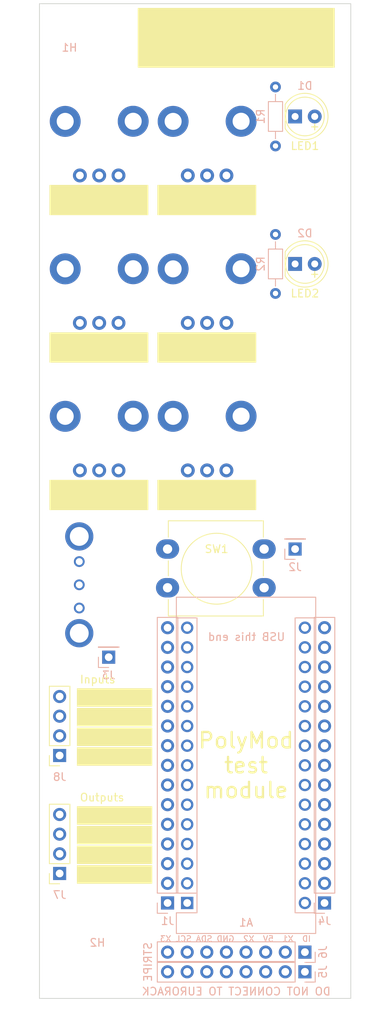
<source format=kicad_pcb>
(kicad_pcb (version 20171130) (host pcbnew "(5.1.5)-3")

  (general
    (thickness 1.6)
    (drawings 30)
    (tracks 0)
    (zones 0)
    (modules 23)
    (nets 37)
  )

  (page A4)
  (layers
    (0 F.Cu signal)
    (31 B.Cu signal)
    (32 B.Adhes user)
    (33 F.Adhes user)
    (34 B.Paste user)
    (35 F.Paste user)
    (36 B.SilkS user)
    (37 F.SilkS user)
    (38 B.Mask user)
    (39 F.Mask user)
    (40 Dwgs.User user)
    (41 Cmts.User user)
    (42 Eco1.User user)
    (43 Eco2.User user)
    (44 Edge.Cuts user)
    (45 Margin user)
    (46 B.CrtYd user)
    (47 F.CrtYd user)
    (48 B.Fab user)
    (49 F.Fab user)
  )

  (setup
    (last_trace_width 0.25)
    (trace_clearance 0.2)
    (zone_clearance 0.508)
    (zone_45_only no)
    (trace_min 0.2)
    (via_size 0.8)
    (via_drill 0.4)
    (via_min_size 0.4)
    (via_min_drill 0.3)
    (uvia_size 0.3)
    (uvia_drill 0.1)
    (uvias_allowed no)
    (uvia_min_size 0.2)
    (uvia_min_drill 0.1)
    (edge_width 0.05)
    (segment_width 0.2)
    (pcb_text_width 0.3)
    (pcb_text_size 1.5 1.5)
    (mod_edge_width 0.12)
    (mod_text_size 1 1)
    (mod_text_width 0.15)
    (pad_size 1.524 1.524)
    (pad_drill 0.762)
    (pad_to_mask_clearance 0.051)
    (solder_mask_min_width 0.25)
    (aux_axis_origin 0 0)
    (visible_elements FFFFFF7F)
    (pcbplotparams
      (layerselection 0x010fc_ffffffff)
      (usegerberextensions false)
      (usegerberattributes false)
      (usegerberadvancedattributes false)
      (creategerberjobfile false)
      (excludeedgelayer true)
      (linewidth 0.100000)
      (plotframeref false)
      (viasonmask false)
      (mode 1)
      (useauxorigin false)
      (hpglpennumber 1)
      (hpglpenspeed 20)
      (hpglpendiameter 15.000000)
      (psnegative false)
      (psa4output false)
      (plotreference true)
      (plotvalue true)
      (plotinvisibletext false)
      (padsonsilk false)
      (subtractmaskfromsilk false)
      (outputformat 1)
      (mirror false)
      (drillshape 1)
      (scaleselection 1)
      (outputdirectory ""))
  )

  (net 0 "")
  (net 1 /LED1)
  (net 2 /LED2)
  (net 3 /VIN)
  (net 4 /BUTTON)
  (net 5 GND)
  (net 6 /ID)
  (net 7 /RESET)
  (net 8 /IN4)
  (net 9 +5V)
  (net 10 /IN3)
  (net 11 /POT6)
  (net 12 /IN2)
  (net 13 /POT5)
  (net 14 /IN1)
  (net 15 /SCL)
  (net 16 /OUT4)
  (net 17 /SDA)
  (net 18 /OUT3)
  (net 19 /POT4)
  (net 20 /OUT2)
  (net 21 /POT3)
  (net 22 /OUT1)
  (net 23 /POT2)
  (net 24 /POT1)
  (net 25 /AREF)
  (net 26 /RX)
  (net 27 /3V3)
  (net 28 /TX)
  (net 29 "Net-(D1-Pad2)")
  (net 30 "Net-(D2-Pad2)")
  (net 31 "Net-(J2-Pad1)")
  (net 32 "Net-(J3-Pad1)")
  (net 33 /AUX3)
  (net 34 /AUX2)
  (net 35 /AUX1)
  (net 36 "Net-(SW2-Pad1)")

  (net_class Default "This is the default net class."
    (clearance 0.2)
    (trace_width 0.25)
    (via_dia 0.8)
    (via_drill 0.4)
    (uvia_dia 0.3)
    (uvia_drill 0.1)
    (add_net +5V)
    (add_net /3V3)
    (add_net /AREF)
    (add_net /AUX1)
    (add_net /AUX2)
    (add_net /AUX3)
    (add_net /BUTTON)
    (add_net /ID)
    (add_net /IN1)
    (add_net /IN2)
    (add_net /IN3)
    (add_net /IN4)
    (add_net /LED1)
    (add_net /LED2)
    (add_net /OUT1)
    (add_net /OUT2)
    (add_net /OUT3)
    (add_net /OUT4)
    (add_net /POT1)
    (add_net /POT2)
    (add_net /POT3)
    (add_net /POT4)
    (add_net /POT5)
    (add_net /POT6)
    (add_net /RESET)
    (add_net /RX)
    (add_net /SCL)
    (add_net /SDA)
    (add_net /TX)
    (add_net /VIN)
    (add_net GND)
    (add_net "Net-(D1-Pad2)")
    (add_net "Net-(D2-Pad2)")
    (add_net "Net-(J2-Pad1)")
    (add_net "Net-(J3-Pad1)")
    (add_net "Net-(SW2-Pad1)")
  )

  (module Connector_PinHeader_2.54mm:PinHeader_1x08_P2.54mm_Vertical (layer B.Cu) (tedit 59FED5CC) (tstamp 5F3C2ED1)
    (at 149.86 160.02 90)
    (descr "Through hole straight pin header, 1x08, 2.54mm pitch, single row")
    (tags "Through hole pin header THT 1x08 2.54mm single row")
    (path /5F3F3A78)
    (fp_text reference J6 (at 0 2.33 270) (layer B.SilkS)
      (effects (font (size 1 1) (thickness 0.15)) (justify mirror))
    )
    (fp_text value Conn_01x08_Male (at 0 -20.11 270) (layer B.Fab)
      (effects (font (size 1 1) (thickness 0.15)) (justify mirror))
    )
    (fp_text user %R (at 0 -8.89) (layer B.Fab)
      (effects (font (size 1 1) (thickness 0.15)) (justify mirror))
    )
    (fp_line (start 1.8 1.8) (end -1.8 1.8) (layer B.CrtYd) (width 0.05))
    (fp_line (start 1.8 -19.55) (end 1.8 1.8) (layer B.CrtYd) (width 0.05))
    (fp_line (start -1.8 -19.55) (end 1.8 -19.55) (layer B.CrtYd) (width 0.05))
    (fp_line (start -1.8 1.8) (end -1.8 -19.55) (layer B.CrtYd) (width 0.05))
    (fp_line (start -1.33 1.33) (end 0 1.33) (layer B.SilkS) (width 0.12))
    (fp_line (start -1.33 0) (end -1.33 1.33) (layer B.SilkS) (width 0.12))
    (fp_line (start -1.33 -1.27) (end 1.33 -1.27) (layer B.SilkS) (width 0.12))
    (fp_line (start 1.33 -1.27) (end 1.33 -19.11) (layer B.SilkS) (width 0.12))
    (fp_line (start -1.33 -1.27) (end -1.33 -19.11) (layer B.SilkS) (width 0.12))
    (fp_line (start -1.33 -19.11) (end 1.33 -19.11) (layer B.SilkS) (width 0.12))
    (fp_line (start -1.27 0.635) (end -0.635 1.27) (layer B.Fab) (width 0.1))
    (fp_line (start -1.27 -19.05) (end -1.27 0.635) (layer B.Fab) (width 0.1))
    (fp_line (start 1.27 -19.05) (end -1.27 -19.05) (layer B.Fab) (width 0.1))
    (fp_line (start 1.27 1.27) (end 1.27 -19.05) (layer B.Fab) (width 0.1))
    (fp_line (start -0.635 1.27) (end 1.27 1.27) (layer B.Fab) (width 0.1))
    (pad 8 thru_hole oval (at 0 -17.78 90) (size 1.7 1.7) (drill 1) (layers *.Cu *.Mask)
      (net 33 /AUX3))
    (pad 7 thru_hole oval (at 0 -15.24 90) (size 1.7 1.7) (drill 1) (layers *.Cu *.Mask)
      (net 15 /SCL))
    (pad 6 thru_hole oval (at 0 -12.7 90) (size 1.7 1.7) (drill 1) (layers *.Cu *.Mask)
      (net 17 /SDA))
    (pad 5 thru_hole oval (at 0 -10.16 90) (size 1.7 1.7) (drill 1) (layers *.Cu *.Mask)
      (net 5 GND))
    (pad 4 thru_hole oval (at 0 -7.62 90) (size 1.7 1.7) (drill 1) (layers *.Cu *.Mask)
      (net 34 /AUX2))
    (pad 3 thru_hole oval (at 0 -5.08 90) (size 1.7 1.7) (drill 1) (layers *.Cu *.Mask)
      (net 9 +5V))
    (pad 2 thru_hole oval (at 0 -2.54 90) (size 1.7 1.7) (drill 1) (layers *.Cu *.Mask)
      (net 35 /AUX1))
    (pad 1 thru_hole rect (at 0 0 90) (size 1.7 1.7) (drill 1) (layers *.Cu *.Mask)
      (net 6 /ID))
    (model ${KISYS3DMOD}/Connector_PinHeader_2.54mm.3dshapes/PinHeader_1x08_P2.54mm_Vertical.wrl
      (at (xyz 0 0 0))
      (scale (xyz 1 1 1))
      (rotate (xyz 0 0 0))
    )
  )

  (module drumkidcustom:EG1206 (layer F.Cu) (tedit 5DB8124E) (tstamp 5F3C00B2)
    (at 120.65 115.57 90)
    (descr EG1206-1)
    (tags Switch)
    (path /5F3A57FA)
    (fp_text reference SW2 (at 3 -1.27 90) (layer F.Fab)
      (effects (font (size 1.27 1.27) (thickness 0.254)))
    )
    (fp_text value SW_SPDT (at 3 1.5 90) (layer F.SilkS) hide
      (effects (font (size 1.27 1.27) (thickness 0.254)))
    )
    (fp_line (start -3.5 -2.8) (end 9.5 -2.8) (layer Dwgs.User) (width 0.2))
    (fp_line (start 9.5 -2.8) (end 9.5 2.8) (layer Dwgs.User) (width 0.2))
    (fp_line (start 9.5 2.8) (end -3.5 2.8) (layer Dwgs.User) (width 0.2))
    (fp_line (start -3.5 2.8) (end -3.5 -2.8) (layer Dwgs.User) (width 0.2))
    (fp_line (start -6.076 -3.8) (end 12.076 -3.8) (layer Dwgs.User) (width 0.1))
    (fp_line (start 12.076 -3.8) (end 12.076 6.8) (layer Dwgs.User) (width 0.1))
    (fp_line (start 12.076 6.8) (end -6.076 6.8) (layer Dwgs.User) (width 0.1))
    (fp_line (start -6.076 6.8) (end -6.076 -3.8) (layer Dwgs.User) (width 0.1))
    (fp_line (start 3 2.8) (end 3 5.8) (layer Dwgs.User) (width 0.2))
    (fp_line (start 3 5.8) (end -0.5 5.8) (layer Dwgs.User) (width 0.2))
    (fp_line (start -0.5 5.8) (end -0.5 2.8) (layer Dwgs.User) (width 0.2))
    (pad 1 thru_hole circle (at 0 0 90) (size 1.4 1.4) (drill 0.9) (layers *.Cu *.Mask)
      (net 36 "Net-(SW2-Pad1)"))
    (pad 2 thru_hole circle (at 3 0 90) (size 1.4 1.4) (drill 0.9) (layers *.Cu *.Mask)
      (net 32 "Net-(J3-Pad1)"))
    (pad 3 thru_hole circle (at 6 0 90) (size 1.4 1.4) (drill 0.9) (layers *.Cu *.Mask)
      (net 5 GND))
    (pad MH1 thru_hole circle (at -3.25 0 90) (size 3.653 3.653) (drill 2.4352) (layers *.Cu *.Mask))
    (pad MH2 thru_hole circle (at 9.25 0 90) (size 3.653 3.653) (drill 2.4352) (layers *.Cu *.Mask))
  )

  (module Button_Switch_THT:SW_PUSH-12mm_Wuerth-430476085716 (layer F.Cu) (tedit 5A02FE31) (tstamp 5F3C009E)
    (at 132.08 107.95)
    (descr "SW PUSH 12mm http://katalog.we-online.de/em/datasheet/430476085716.pdf")
    (tags "tact sw push 12mm")
    (path /5F3A49F4)
    (fp_text reference SW1 (at 6.35 0) (layer F.SilkS)
      (effects (font (size 1 1) (thickness 0.15)))
    )
    (fp_text value SW_Push (at 6.35 9.93) (layer F.Fab)
      (effects (font (size 1 1) (thickness 0.15)))
    )
    (fp_text user %R (at 6.35 2.54) (layer F.Fab)
      (effects (font (size 1 1) (thickness 0.15)))
    )
    (fp_line (start 14.25 -3.75) (end -1.75 -3.75) (layer F.CrtYd) (width 0.05))
    (fp_line (start 14.25 8.75) (end 14.25 -3.75) (layer F.CrtYd) (width 0.05))
    (fp_line (start -1.75 8.75) (end 14.25 8.75) (layer F.CrtYd) (width 0.05))
    (fp_line (start -1.75 -3.75) (end -1.75 8.75) (layer F.CrtYd) (width 0.05))
    (fp_line (start 0.1 3.47) (end 0.1 1.53) (layer F.SilkS) (width 0.12))
    (fp_line (start 0.1 8.65) (end 0.1 6.53) (layer F.SilkS) (width 0.12))
    (fp_line (start 12.4 8.65) (end 0.1 8.65) (layer F.SilkS) (width 0.12))
    (fp_line (start 12.4 6.53) (end 12.4 8.65) (layer F.SilkS) (width 0.12))
    (fp_line (start 12.4 1.53) (end 12.4 3.47) (layer F.SilkS) (width 0.12))
    (fp_line (start 12.4 -3.65) (end 12.4 -1.53) (layer F.SilkS) (width 0.12))
    (fp_line (start 0.1 -3.65) (end 12.4 -3.65) (layer F.SilkS) (width 0.12))
    (fp_line (start 0.1 -1.53) (end 0.1 -3.65) (layer F.SilkS) (width 0.12))
    (fp_line (start 12.25 -3.5) (end 0.25 -3.5) (layer F.Fab) (width 0.1))
    (fp_line (start 12.25 8.5) (end 12.25 -3.5) (layer F.Fab) (width 0.1))
    (fp_line (start 0.25 8.5) (end 12.25 8.5) (layer F.Fab) (width 0.1))
    (fp_line (start 0.25 -3.5) (end 0.25 8.5) (layer F.Fab) (width 0.1))
    (fp_circle (center 6.35 2.54) (end 10.92905 2.54) (layer F.SilkS) (width 0.12))
    (pad 2 thru_hole oval (at 0 5) (size 3 2.5) (drill 1.2) (layers *.Cu *.Mask)
      (net 5 GND))
    (pad 1 thru_hole oval (at 0 0) (size 3 2.5) (drill 1.2) (layers *.Cu *.Mask)
      (net 31 "Net-(J2-Pad1)"))
    (pad 2 thru_hole oval (at 12.5 5) (size 3 2.5) (drill 1.2) (layers *.Cu *.Mask)
      (net 5 GND))
    (pad 1 thru_hole oval (at 12.5 0) (size 3 2.5) (drill 1.2) (layers *.Cu *.Mask)
      (net 31 "Net-(J2-Pad1)"))
    (model ${KISYS3DMOD}/Button_Switch_THT.3dshapes/SW_PUSH-12mm_Wuerth-430476085716.wrl
      (at (xyz 0 0 0))
      (scale (xyz 1 1 1))
      (rotate (xyz 0 0 0))
    )
  )

  (module drumkidcustom:Potentiometer_Alps_RK09K_Single_Vertical (layer F.Cu) (tedit 5DB756D0) (tstamp 5F3C0084)
    (at 139.7 97.79 90)
    (descr "Potentiometer, vertical, Alps RK09K Single, http://www.alps.com/prod/info/E/HTML/Potentiometer/RotaryPotentiometers/RK09K/RK09K_list.html")
    (tags "Potentiometer vertical Alps RK09K Single")
    (path /5F3A7A7D)
    (fp_text reference RV6 (at 6.05 -10.15 90) (layer F.Fab)
      (effects (font (size 1 1) (thickness 0.15)))
    )
    (fp_text value R_POT (at 6.05 5.15 90) (layer F.Fab)
      (effects (font (size 1 1) (thickness 0.15)))
    )
    (fp_circle (center 7.5 -2.5) (end 10.5 -2.5) (layer F.Fab) (width 0.1))
    (fp_line (start 1 -7.4) (end 1 2.4) (layer F.Fab) (width 0.1))
    (fp_line (start 1 2.4) (end 13 2.4) (layer F.Fab) (width 0.1))
    (fp_line (start 13 2.4) (end 13 -7.4) (layer F.Fab) (width 0.1))
    (fp_line (start 13 -7.4) (end 1 -7.4) (layer F.Fab) (width 0.1))
    (fp_line (start 0.88 -7.521) (end 4.817 -7.521) (layer F.Fab) (width 0.12))
    (fp_line (start 9.184 -7.521) (end 13.12 -7.521) (layer F.Fab) (width 0.12))
    (fp_line (start 0.88 2.52) (end 4.817 2.52) (layer F.Fab) (width 0.12))
    (fp_line (start 9.184 2.52) (end 13.12 2.52) (layer F.Fab) (width 0.12))
    (fp_line (start 0.88 -7.521) (end 0.88 -5.871) (layer F.Fab) (width 0.12))
    (fp_line (start 0.88 -4.129) (end 0.88 -3.37) (layer F.Fab) (width 0.12))
    (fp_line (start 0.88 -1.629) (end 0.88 -0.87) (layer F.Fab) (width 0.12))
    (fp_line (start 0.88 0.87) (end 0.88 2.52) (layer F.Fab) (width 0.12))
    (fp_line (start 13.12 -7.521) (end 13.12 2.52) (layer F.Fab) (width 0.12))
    (fp_line (start -1.15 -9.15) (end -1.15 4.15) (layer F.CrtYd) (width 0.05))
    (fp_line (start -1.15 4.15) (end 13.25 4.15) (layer F.CrtYd) (width 0.05))
    (fp_line (start 13.25 4.15) (end 13.25 -9.15) (layer F.CrtYd) (width 0.05))
    (fp_line (start 13.25 -9.15) (end -1.15 -9.15) (layer F.CrtYd) (width 0.05))
    (fp_text user %R (at 2 -2.5) (layer F.Fab)
      (effects (font (size 1 1) (thickness 0.15)))
    )
    (pad 3 thru_hole circle (at 0 -5 90) (size 1.8 1.8) (drill 1) (layers *.Cu *.Mask)
      (net 5 GND))
    (pad 2 thru_hole circle (at 0 -2.5 90) (size 1.8 1.8) (drill 1) (layers *.Cu *.Mask)
      (net 11 /POT6))
    (pad 1 thru_hole circle (at 0 0 90) (size 1.8 1.8) (drill 1) (layers *.Cu *.Mask)
      (net 9 +5V))
    (pad "" np_thru_hole circle (at 6.985 -6.9 90) (size 4 4) (drill 2.2) (layers *.Cu *.Mask))
    (pad "" np_thru_hole circle (at 7 1.9 90) (size 4 4) (drill 2.2) (layers *.Cu *.Mask))
    (model ${KISYS3DMOD}/Potentiometer_THT.3dshapes/Potentiometer_Alps_RK09K_Single_Vertical.wrl
      (at (xyz 0 0 0))
      (scale (xyz 1 1 1))
      (rotate (xyz 0 0 0))
    )
  )

  (module drumkidcustom:Potentiometer_Alps_RK09K_Single_Vertical (layer F.Cu) (tedit 5DB756D0) (tstamp 5F3C0068)
    (at 125.73 97.79 90)
    (descr "Potentiometer, vertical, Alps RK09K Single, http://www.alps.com/prod/info/E/HTML/Potentiometer/RotaryPotentiometers/RK09K/RK09K_list.html")
    (tags "Potentiometer vertical Alps RK09K Single")
    (path /5F3A7837)
    (fp_text reference RV5 (at 6.05 -10.15 90) (layer F.Fab)
      (effects (font (size 1 1) (thickness 0.15)))
    )
    (fp_text value R_POT (at 6.05 5.15 90) (layer F.Fab)
      (effects (font (size 1 1) (thickness 0.15)))
    )
    (fp_circle (center 7.5 -2.5) (end 10.5 -2.5) (layer F.Fab) (width 0.1))
    (fp_line (start 1 -7.4) (end 1 2.4) (layer F.Fab) (width 0.1))
    (fp_line (start 1 2.4) (end 13 2.4) (layer F.Fab) (width 0.1))
    (fp_line (start 13 2.4) (end 13 -7.4) (layer F.Fab) (width 0.1))
    (fp_line (start 13 -7.4) (end 1 -7.4) (layer F.Fab) (width 0.1))
    (fp_line (start 0.88 -7.521) (end 4.817 -7.521) (layer F.Fab) (width 0.12))
    (fp_line (start 9.184 -7.521) (end 13.12 -7.521) (layer F.Fab) (width 0.12))
    (fp_line (start 0.88 2.52) (end 4.817 2.52) (layer F.Fab) (width 0.12))
    (fp_line (start 9.184 2.52) (end 13.12 2.52) (layer F.Fab) (width 0.12))
    (fp_line (start 0.88 -7.521) (end 0.88 -5.871) (layer F.Fab) (width 0.12))
    (fp_line (start 0.88 -4.129) (end 0.88 -3.37) (layer F.Fab) (width 0.12))
    (fp_line (start 0.88 -1.629) (end 0.88 -0.87) (layer F.Fab) (width 0.12))
    (fp_line (start 0.88 0.87) (end 0.88 2.52) (layer F.Fab) (width 0.12))
    (fp_line (start 13.12 -7.521) (end 13.12 2.52) (layer F.Fab) (width 0.12))
    (fp_line (start -1.15 -9.15) (end -1.15 4.15) (layer F.CrtYd) (width 0.05))
    (fp_line (start -1.15 4.15) (end 13.25 4.15) (layer F.CrtYd) (width 0.05))
    (fp_line (start 13.25 4.15) (end 13.25 -9.15) (layer F.CrtYd) (width 0.05))
    (fp_line (start 13.25 -9.15) (end -1.15 -9.15) (layer F.CrtYd) (width 0.05))
    (fp_text user %R (at 2 -2.5) (layer F.Fab)
      (effects (font (size 1 1) (thickness 0.15)))
    )
    (pad 3 thru_hole circle (at 0 -5 90) (size 1.8 1.8) (drill 1) (layers *.Cu *.Mask)
      (net 5 GND))
    (pad 2 thru_hole circle (at 0 -2.5 90) (size 1.8 1.8) (drill 1) (layers *.Cu *.Mask)
      (net 13 /POT5))
    (pad 1 thru_hole circle (at 0 0 90) (size 1.8 1.8) (drill 1) (layers *.Cu *.Mask)
      (net 9 +5V))
    (pad "" np_thru_hole circle (at 6.985 -6.9 90) (size 4 4) (drill 2.2) (layers *.Cu *.Mask))
    (pad "" np_thru_hole circle (at 7 1.9 90) (size 4 4) (drill 2.2) (layers *.Cu *.Mask))
    (model ${KISYS3DMOD}/Potentiometer_THT.3dshapes/Potentiometer_Alps_RK09K_Single_Vertical.wrl
      (at (xyz 0 0 0))
      (scale (xyz 1 1 1))
      (rotate (xyz 0 0 0))
    )
  )

  (module drumkidcustom:Potentiometer_Alps_RK09K_Single_Vertical (layer F.Cu) (tedit 5DB756D0) (tstamp 5F3C004C)
    (at 139.7 78.74 90)
    (descr "Potentiometer, vertical, Alps RK09K Single, http://www.alps.com/prod/info/E/HTML/Potentiometer/RotaryPotentiometers/RK09K/RK09K_list.html")
    (tags "Potentiometer vertical Alps RK09K Single")
    (path /5F3A750A)
    (fp_text reference RV4 (at 6.05 -10.15 90) (layer F.Fab)
      (effects (font (size 1 1) (thickness 0.15)))
    )
    (fp_text value R_POT (at 6.05 5.15 90) (layer F.Fab)
      (effects (font (size 1 1) (thickness 0.15)))
    )
    (fp_circle (center 7.5 -2.5) (end 10.5 -2.5) (layer F.Fab) (width 0.1))
    (fp_line (start 1 -7.4) (end 1 2.4) (layer F.Fab) (width 0.1))
    (fp_line (start 1 2.4) (end 13 2.4) (layer F.Fab) (width 0.1))
    (fp_line (start 13 2.4) (end 13 -7.4) (layer F.Fab) (width 0.1))
    (fp_line (start 13 -7.4) (end 1 -7.4) (layer F.Fab) (width 0.1))
    (fp_line (start 0.88 -7.521) (end 4.817 -7.521) (layer F.Fab) (width 0.12))
    (fp_line (start 9.184 -7.521) (end 13.12 -7.521) (layer F.Fab) (width 0.12))
    (fp_line (start 0.88 2.52) (end 4.817 2.52) (layer F.Fab) (width 0.12))
    (fp_line (start 9.184 2.52) (end 13.12 2.52) (layer F.Fab) (width 0.12))
    (fp_line (start 0.88 -7.521) (end 0.88 -5.871) (layer F.Fab) (width 0.12))
    (fp_line (start 0.88 -4.129) (end 0.88 -3.37) (layer F.Fab) (width 0.12))
    (fp_line (start 0.88 -1.629) (end 0.88 -0.87) (layer F.Fab) (width 0.12))
    (fp_line (start 0.88 0.87) (end 0.88 2.52) (layer F.Fab) (width 0.12))
    (fp_line (start 13.12 -7.521) (end 13.12 2.52) (layer F.Fab) (width 0.12))
    (fp_line (start -1.15 -9.15) (end -1.15 4.15) (layer F.CrtYd) (width 0.05))
    (fp_line (start -1.15 4.15) (end 13.25 4.15) (layer F.CrtYd) (width 0.05))
    (fp_line (start 13.25 4.15) (end 13.25 -9.15) (layer F.CrtYd) (width 0.05))
    (fp_line (start 13.25 -9.15) (end -1.15 -9.15) (layer F.CrtYd) (width 0.05))
    (fp_text user %R (at 2 -2.5) (layer F.Fab)
      (effects (font (size 1 1) (thickness 0.15)))
    )
    (pad 3 thru_hole circle (at 0 -5 90) (size 1.8 1.8) (drill 1) (layers *.Cu *.Mask)
      (net 5 GND))
    (pad 2 thru_hole circle (at 0 -2.5 90) (size 1.8 1.8) (drill 1) (layers *.Cu *.Mask)
      (net 19 /POT4))
    (pad 1 thru_hole circle (at 0 0 90) (size 1.8 1.8) (drill 1) (layers *.Cu *.Mask)
      (net 9 +5V))
    (pad "" np_thru_hole circle (at 6.985 -6.9 90) (size 4 4) (drill 2.2) (layers *.Cu *.Mask))
    (pad "" np_thru_hole circle (at 7 1.9 90) (size 4 4) (drill 2.2) (layers *.Cu *.Mask))
    (model ${KISYS3DMOD}/Potentiometer_THT.3dshapes/Potentiometer_Alps_RK09K_Single_Vertical.wrl
      (at (xyz 0 0 0))
      (scale (xyz 1 1 1))
      (rotate (xyz 0 0 0))
    )
  )

  (module drumkidcustom:Potentiometer_Alps_RK09K_Single_Vertical (layer F.Cu) (tedit 5DB756D0) (tstamp 5F3C0030)
    (at 125.73 78.74 90)
    (descr "Potentiometer, vertical, Alps RK09K Single, http://www.alps.com/prod/info/E/HTML/Potentiometer/RotaryPotentiometers/RK09K/RK09K_list.html")
    (tags "Potentiometer vertical Alps RK09K Single")
    (path /5F3A3F91)
    (fp_text reference RV3 (at 6.05 -10.15 90) (layer F.Fab)
      (effects (font (size 1 1) (thickness 0.15)))
    )
    (fp_text value R_POT (at 6.05 5.15 90) (layer F.Fab)
      (effects (font (size 1 1) (thickness 0.15)))
    )
    (fp_circle (center 7.5 -2.5) (end 10.5 -2.5) (layer F.Fab) (width 0.1))
    (fp_line (start 1 -7.4) (end 1 2.4) (layer F.Fab) (width 0.1))
    (fp_line (start 1 2.4) (end 13 2.4) (layer F.Fab) (width 0.1))
    (fp_line (start 13 2.4) (end 13 -7.4) (layer F.Fab) (width 0.1))
    (fp_line (start 13 -7.4) (end 1 -7.4) (layer F.Fab) (width 0.1))
    (fp_line (start 0.88 -7.521) (end 4.817 -7.521) (layer F.Fab) (width 0.12))
    (fp_line (start 9.184 -7.521) (end 13.12 -7.521) (layer F.Fab) (width 0.12))
    (fp_line (start 0.88 2.52) (end 4.817 2.52) (layer F.Fab) (width 0.12))
    (fp_line (start 9.184 2.52) (end 13.12 2.52) (layer F.Fab) (width 0.12))
    (fp_line (start 0.88 -7.521) (end 0.88 -5.871) (layer F.Fab) (width 0.12))
    (fp_line (start 0.88 -4.129) (end 0.88 -3.37) (layer F.Fab) (width 0.12))
    (fp_line (start 0.88 -1.629) (end 0.88 -0.87) (layer F.Fab) (width 0.12))
    (fp_line (start 0.88 0.87) (end 0.88 2.52) (layer F.Fab) (width 0.12))
    (fp_line (start 13.12 -7.521) (end 13.12 2.52) (layer F.Fab) (width 0.12))
    (fp_line (start -1.15 -9.15) (end -1.15 4.15) (layer F.CrtYd) (width 0.05))
    (fp_line (start -1.15 4.15) (end 13.25 4.15) (layer F.CrtYd) (width 0.05))
    (fp_line (start 13.25 4.15) (end 13.25 -9.15) (layer F.CrtYd) (width 0.05))
    (fp_line (start 13.25 -9.15) (end -1.15 -9.15) (layer F.CrtYd) (width 0.05))
    (fp_text user %R (at 2 -2.5) (layer F.Fab)
      (effects (font (size 1 1) (thickness 0.15)))
    )
    (pad 3 thru_hole circle (at 0 -5 90) (size 1.8 1.8) (drill 1) (layers *.Cu *.Mask)
      (net 5 GND))
    (pad 2 thru_hole circle (at 0 -2.5 90) (size 1.8 1.8) (drill 1) (layers *.Cu *.Mask)
      (net 21 /POT3))
    (pad 1 thru_hole circle (at 0 0 90) (size 1.8 1.8) (drill 1) (layers *.Cu *.Mask)
      (net 9 +5V))
    (pad "" np_thru_hole circle (at 6.985 -6.9 90) (size 4 4) (drill 2.2) (layers *.Cu *.Mask))
    (pad "" np_thru_hole circle (at 7 1.9 90) (size 4 4) (drill 2.2) (layers *.Cu *.Mask))
    (model ${KISYS3DMOD}/Potentiometer_THT.3dshapes/Potentiometer_Alps_RK09K_Single_Vertical.wrl
      (at (xyz 0 0 0))
      (scale (xyz 1 1 1))
      (rotate (xyz 0 0 0))
    )
  )

  (module drumkidcustom:Potentiometer_Alps_RK09K_Single_Vertical (layer F.Cu) (tedit 5DB756D0) (tstamp 5F3C0014)
    (at 139.7 59.69 90)
    (descr "Potentiometer, vertical, Alps RK09K Single, http://www.alps.com/prod/info/E/HTML/Potentiometer/RotaryPotentiometers/RK09K/RK09K_list.html")
    (tags "Potentiometer vertical Alps RK09K Single")
    (path /5F3A7E6D)
    (fp_text reference RV2 (at 6.05 -10.15 90) (layer F.Fab)
      (effects (font (size 1 1) (thickness 0.15)))
    )
    (fp_text value R_POT (at 6.05 5.15 90) (layer F.Fab)
      (effects (font (size 1 1) (thickness 0.15)))
    )
    (fp_circle (center 7.5 -2.5) (end 10.5 -2.5) (layer F.Fab) (width 0.1))
    (fp_line (start 1 -7.4) (end 1 2.4) (layer F.Fab) (width 0.1))
    (fp_line (start 1 2.4) (end 13 2.4) (layer F.Fab) (width 0.1))
    (fp_line (start 13 2.4) (end 13 -7.4) (layer F.Fab) (width 0.1))
    (fp_line (start 13 -7.4) (end 1 -7.4) (layer F.Fab) (width 0.1))
    (fp_line (start 0.88 -7.521) (end 4.817 -7.521) (layer F.Fab) (width 0.12))
    (fp_line (start 9.184 -7.521) (end 13.12 -7.521) (layer F.Fab) (width 0.12))
    (fp_line (start 0.88 2.52) (end 4.817 2.52) (layer F.Fab) (width 0.12))
    (fp_line (start 9.184 2.52) (end 13.12 2.52) (layer F.Fab) (width 0.12))
    (fp_line (start 0.88 -7.521) (end 0.88 -5.871) (layer F.Fab) (width 0.12))
    (fp_line (start 0.88 -4.129) (end 0.88 -3.37) (layer F.Fab) (width 0.12))
    (fp_line (start 0.88 -1.629) (end 0.88 -0.87) (layer F.Fab) (width 0.12))
    (fp_line (start 0.88 0.87) (end 0.88 2.52) (layer F.Fab) (width 0.12))
    (fp_line (start 13.12 -7.521) (end 13.12 2.52) (layer F.Fab) (width 0.12))
    (fp_line (start -1.15 -9.15) (end -1.15 4.15) (layer F.CrtYd) (width 0.05))
    (fp_line (start -1.15 4.15) (end 13.25 4.15) (layer F.CrtYd) (width 0.05))
    (fp_line (start 13.25 4.15) (end 13.25 -9.15) (layer F.CrtYd) (width 0.05))
    (fp_line (start 13.25 -9.15) (end -1.15 -9.15) (layer F.CrtYd) (width 0.05))
    (fp_text user %R (at 2 -2.5) (layer F.Fab)
      (effects (font (size 1 1) (thickness 0.15)))
    )
    (pad 3 thru_hole circle (at 0 -5 90) (size 1.8 1.8) (drill 1) (layers *.Cu *.Mask)
      (net 5 GND))
    (pad 2 thru_hole circle (at 0 -2.5 90) (size 1.8 1.8) (drill 1) (layers *.Cu *.Mask)
      (net 23 /POT2))
    (pad 1 thru_hole circle (at 0 0 90) (size 1.8 1.8) (drill 1) (layers *.Cu *.Mask)
      (net 9 +5V))
    (pad "" np_thru_hole circle (at 6.985 -6.9 90) (size 4 4) (drill 2.2) (layers *.Cu *.Mask))
    (pad "" np_thru_hole circle (at 7 1.9 90) (size 4 4) (drill 2.2) (layers *.Cu *.Mask))
    (model ${KISYS3DMOD}/Potentiometer_THT.3dshapes/Potentiometer_Alps_RK09K_Single_Vertical.wrl
      (at (xyz 0 0 0))
      (scale (xyz 1 1 1))
      (rotate (xyz 0 0 0))
    )
  )

  (module drumkidcustom:Potentiometer_Alps_RK09K_Single_Vertical (layer F.Cu) (tedit 5DB756D0) (tstamp 5F3BFFF8)
    (at 125.73 59.69 90)
    (descr "Potentiometer, vertical, Alps RK09K Single, http://www.alps.com/prod/info/E/HTML/Potentiometer/RotaryPotentiometers/RK09K/RK09K_list.html")
    (tags "Potentiometer vertical Alps RK09K Single")
    (path /5F3A81EE)
    (fp_text reference RV1 (at 6.05 -10.15 90) (layer F.Fab)
      (effects (font (size 1 1) (thickness 0.15)))
    )
    (fp_text value R_POT (at 6.05 5.15 90) (layer F.Fab)
      (effects (font (size 1 1) (thickness 0.15)))
    )
    (fp_circle (center 7.5 -2.5) (end 10.5 -2.5) (layer F.Fab) (width 0.1))
    (fp_line (start 1 -7.4) (end 1 2.4) (layer F.Fab) (width 0.1))
    (fp_line (start 1 2.4) (end 13 2.4) (layer F.Fab) (width 0.1))
    (fp_line (start 13 2.4) (end 13 -7.4) (layer F.Fab) (width 0.1))
    (fp_line (start 13 -7.4) (end 1 -7.4) (layer F.Fab) (width 0.1))
    (fp_line (start 0.88 -7.521) (end 4.817 -7.521) (layer F.Fab) (width 0.12))
    (fp_line (start 9.184 -7.521) (end 13.12 -7.521) (layer F.Fab) (width 0.12))
    (fp_line (start 0.88 2.52) (end 4.817 2.52) (layer F.Fab) (width 0.12))
    (fp_line (start 9.184 2.52) (end 13.12 2.52) (layer F.Fab) (width 0.12))
    (fp_line (start 0.88 -7.521) (end 0.88 -5.871) (layer F.Fab) (width 0.12))
    (fp_line (start 0.88 -4.129) (end 0.88 -3.37) (layer F.Fab) (width 0.12))
    (fp_line (start 0.88 -1.629) (end 0.88 -0.87) (layer F.Fab) (width 0.12))
    (fp_line (start 0.88 0.87) (end 0.88 2.52) (layer F.Fab) (width 0.12))
    (fp_line (start 13.12 -7.521) (end 13.12 2.52) (layer F.Fab) (width 0.12))
    (fp_line (start -1.15 -9.15) (end -1.15 4.15) (layer F.CrtYd) (width 0.05))
    (fp_line (start -1.15 4.15) (end 13.25 4.15) (layer F.CrtYd) (width 0.05))
    (fp_line (start 13.25 4.15) (end 13.25 -9.15) (layer F.CrtYd) (width 0.05))
    (fp_line (start 13.25 -9.15) (end -1.15 -9.15) (layer F.CrtYd) (width 0.05))
    (fp_text user %R (at 2 -2.5) (layer F.Fab)
      (effects (font (size 1 1) (thickness 0.15)))
    )
    (pad 3 thru_hole circle (at 0 -5 90) (size 1.8 1.8) (drill 1) (layers *.Cu *.Mask)
      (net 5 GND))
    (pad 2 thru_hole circle (at 0 -2.5 90) (size 1.8 1.8) (drill 1) (layers *.Cu *.Mask)
      (net 24 /POT1))
    (pad 1 thru_hole circle (at 0 0 90) (size 1.8 1.8) (drill 1) (layers *.Cu *.Mask)
      (net 9 +5V))
    (pad "" np_thru_hole circle (at 6.985 -6.9 90) (size 4 4) (drill 2.2) (layers *.Cu *.Mask))
    (pad "" np_thru_hole circle (at 7 1.9 90) (size 4 4) (drill 2.2) (layers *.Cu *.Mask))
    (model ${KISYS3DMOD}/Potentiometer_THT.3dshapes/Potentiometer_Alps_RK09K_Single_Vertical.wrl
      (at (xyz 0 0 0))
      (scale (xyz 1 1 1))
      (rotate (xyz 0 0 0))
    )
  )

  (module Resistor_THT:R_Axial_DIN0204_L3.6mm_D1.6mm_P7.62mm_Horizontal (layer B.Cu) (tedit 5AE5139B) (tstamp 5F3BFFDC)
    (at 146.05 67.31 270)
    (descr "Resistor, Axial_DIN0204 series, Axial, Horizontal, pin pitch=7.62mm, 0.167W, length*diameter=3.6*1.6mm^2, http://cdn-reichelt.de/documents/datenblatt/B400/1_4W%23YAG.pdf")
    (tags "Resistor Axial_DIN0204 series Axial Horizontal pin pitch 7.62mm 0.167W length 3.6mm diameter 1.6mm")
    (path /5F3F871C)
    (fp_text reference R2 (at 3.81 1.92 90) (layer B.SilkS)
      (effects (font (size 1 1) (thickness 0.15)) (justify mirror))
    )
    (fp_text value R_LED (at 3.81 -1.92 90) (layer B.Fab)
      (effects (font (size 1 1) (thickness 0.15)) (justify mirror))
    )
    (fp_text user %R (at 3.81 0 90) (layer B.Fab)
      (effects (font (size 0.72 0.72) (thickness 0.108)) (justify mirror))
    )
    (fp_line (start 8.57 1.05) (end -0.95 1.05) (layer B.CrtYd) (width 0.05))
    (fp_line (start 8.57 -1.05) (end 8.57 1.05) (layer B.CrtYd) (width 0.05))
    (fp_line (start -0.95 -1.05) (end 8.57 -1.05) (layer B.CrtYd) (width 0.05))
    (fp_line (start -0.95 1.05) (end -0.95 -1.05) (layer B.CrtYd) (width 0.05))
    (fp_line (start 6.68 0) (end 5.73 0) (layer B.SilkS) (width 0.12))
    (fp_line (start 0.94 0) (end 1.89 0) (layer B.SilkS) (width 0.12))
    (fp_line (start 5.73 0.92) (end 1.89 0.92) (layer B.SilkS) (width 0.12))
    (fp_line (start 5.73 -0.92) (end 5.73 0.92) (layer B.SilkS) (width 0.12))
    (fp_line (start 1.89 -0.92) (end 5.73 -0.92) (layer B.SilkS) (width 0.12))
    (fp_line (start 1.89 0.92) (end 1.89 -0.92) (layer B.SilkS) (width 0.12))
    (fp_line (start 7.62 0) (end 5.61 0) (layer B.Fab) (width 0.1))
    (fp_line (start 0 0) (end 2.01 0) (layer B.Fab) (width 0.1))
    (fp_line (start 5.61 0.8) (end 2.01 0.8) (layer B.Fab) (width 0.1))
    (fp_line (start 5.61 -0.8) (end 5.61 0.8) (layer B.Fab) (width 0.1))
    (fp_line (start 2.01 -0.8) (end 5.61 -0.8) (layer B.Fab) (width 0.1))
    (fp_line (start 2.01 0.8) (end 2.01 -0.8) (layer B.Fab) (width 0.1))
    (pad 2 thru_hole oval (at 7.62 0 270) (size 1.4 1.4) (drill 0.7) (layers *.Cu *.Mask)
      (net 2 /LED2))
    (pad 1 thru_hole circle (at 0 0 270) (size 1.4 1.4) (drill 0.7) (layers *.Cu *.Mask)
      (net 30 "Net-(D2-Pad2)"))
    (model ${KISYS3DMOD}/Resistor_THT.3dshapes/R_Axial_DIN0204_L3.6mm_D1.6mm_P7.62mm_Horizontal.wrl
      (at (xyz 0 0 0))
      (scale (xyz 1 1 1))
      (rotate (xyz 0 0 0))
    )
  )

  (module Resistor_THT:R_Axial_DIN0204_L3.6mm_D1.6mm_P7.62mm_Horizontal (layer B.Cu) (tedit 5AE5139B) (tstamp 5F3BFFC5)
    (at 146.05 48.26 270)
    (descr "Resistor, Axial_DIN0204 series, Axial, Horizontal, pin pitch=7.62mm, 0.167W, length*diameter=3.6*1.6mm^2, http://cdn-reichelt.de/documents/datenblatt/B400/1_4W%23YAG.pdf")
    (tags "Resistor Axial_DIN0204 series Axial Horizontal pin pitch 7.62mm 0.167W length 3.6mm diameter 1.6mm")
    (path /5F3F5BED)
    (fp_text reference R1 (at 3.81 1.92 90) (layer B.SilkS)
      (effects (font (size 1 1) (thickness 0.15)) (justify mirror))
    )
    (fp_text value R_LED (at 3.81 -1.92 90) (layer B.Fab)
      (effects (font (size 1 1) (thickness 0.15)) (justify mirror))
    )
    (fp_text user %R (at 3.81 0 90) (layer B.Fab)
      (effects (font (size 0.72 0.72) (thickness 0.108)) (justify mirror))
    )
    (fp_line (start 8.57 1.05) (end -0.95 1.05) (layer B.CrtYd) (width 0.05))
    (fp_line (start 8.57 -1.05) (end 8.57 1.05) (layer B.CrtYd) (width 0.05))
    (fp_line (start -0.95 -1.05) (end 8.57 -1.05) (layer B.CrtYd) (width 0.05))
    (fp_line (start -0.95 1.05) (end -0.95 -1.05) (layer B.CrtYd) (width 0.05))
    (fp_line (start 6.68 0) (end 5.73 0) (layer B.SilkS) (width 0.12))
    (fp_line (start 0.94 0) (end 1.89 0) (layer B.SilkS) (width 0.12))
    (fp_line (start 5.73 0.92) (end 1.89 0.92) (layer B.SilkS) (width 0.12))
    (fp_line (start 5.73 -0.92) (end 5.73 0.92) (layer B.SilkS) (width 0.12))
    (fp_line (start 1.89 -0.92) (end 5.73 -0.92) (layer B.SilkS) (width 0.12))
    (fp_line (start 1.89 0.92) (end 1.89 -0.92) (layer B.SilkS) (width 0.12))
    (fp_line (start 7.62 0) (end 5.61 0) (layer B.Fab) (width 0.1))
    (fp_line (start 0 0) (end 2.01 0) (layer B.Fab) (width 0.1))
    (fp_line (start 5.61 0.8) (end 2.01 0.8) (layer B.Fab) (width 0.1))
    (fp_line (start 5.61 -0.8) (end 5.61 0.8) (layer B.Fab) (width 0.1))
    (fp_line (start 2.01 -0.8) (end 5.61 -0.8) (layer B.Fab) (width 0.1))
    (fp_line (start 2.01 0.8) (end 2.01 -0.8) (layer B.Fab) (width 0.1))
    (pad 2 thru_hole oval (at 7.62 0 270) (size 1.4 1.4) (drill 0.7) (layers *.Cu *.Mask)
      (net 1 /LED1))
    (pad 1 thru_hole circle (at 0 0 270) (size 1.4 1.4) (drill 0.7) (layers *.Cu *.Mask)
      (net 29 "Net-(D1-Pad2)"))
    (model ${KISYS3DMOD}/Resistor_THT.3dshapes/R_Axial_DIN0204_L3.6mm_D1.6mm_P7.62mm_Horizontal.wrl
      (at (xyz 0 0 0))
      (scale (xyz 1 1 1))
      (rotate (xyz 0 0 0))
    )
  )

  (module Connector_PinSocket_2.54mm:PinSocket_1x04_P2.54mm_Vertical (layer F.Cu) (tedit 5A19A429) (tstamp 5F3BFFAE)
    (at 118.11 134.62 180)
    (descr "Through hole straight socket strip, 1x04, 2.54mm pitch, single row (from Kicad 4.0.7), script generated")
    (tags "Through hole socket strip THT 1x04 2.54mm single row")
    (path /5F3A6F4D)
    (fp_text reference J8 (at 0 -2.77) (layer B.SilkS)
      (effects (font (size 1 1) (thickness 0.15)) (justify mirror))
    )
    (fp_text value Conn_01x04_Female (at 0 10.39) (layer F.Fab)
      (effects (font (size 1 1) (thickness 0.15)))
    )
    (fp_text user %R (at 0 3.81 90) (layer F.Fab)
      (effects (font (size 1 1) (thickness 0.15)))
    )
    (fp_line (start -1.8 9.4) (end -1.8 -1.8) (layer F.CrtYd) (width 0.05))
    (fp_line (start 1.75 9.4) (end -1.8 9.4) (layer F.CrtYd) (width 0.05))
    (fp_line (start 1.75 -1.8) (end 1.75 9.4) (layer F.CrtYd) (width 0.05))
    (fp_line (start -1.8 -1.8) (end 1.75 -1.8) (layer F.CrtYd) (width 0.05))
    (fp_line (start 0 -1.33) (end 1.33 -1.33) (layer F.SilkS) (width 0.12))
    (fp_line (start 1.33 -1.33) (end 1.33 0) (layer F.SilkS) (width 0.12))
    (fp_line (start 1.33 1.27) (end 1.33 8.95) (layer F.SilkS) (width 0.12))
    (fp_line (start -1.33 8.95) (end 1.33 8.95) (layer F.SilkS) (width 0.12))
    (fp_line (start -1.33 1.27) (end -1.33 8.95) (layer F.SilkS) (width 0.12))
    (fp_line (start -1.33 1.27) (end 1.33 1.27) (layer F.SilkS) (width 0.12))
    (fp_line (start -1.27 8.89) (end -1.27 -1.27) (layer F.Fab) (width 0.1))
    (fp_line (start 1.27 8.89) (end -1.27 8.89) (layer F.Fab) (width 0.1))
    (fp_line (start 1.27 -0.635) (end 1.27 8.89) (layer F.Fab) (width 0.1))
    (fp_line (start 0.635 -1.27) (end 1.27 -0.635) (layer F.Fab) (width 0.1))
    (fp_line (start -1.27 -1.27) (end 0.635 -1.27) (layer F.Fab) (width 0.1))
    (pad 4 thru_hole oval (at 0 7.62 180) (size 1.7 1.7) (drill 1) (layers *.Cu *.Mask)
      (net 8 /IN4))
    (pad 3 thru_hole oval (at 0 5.08 180) (size 1.7 1.7) (drill 1) (layers *.Cu *.Mask)
      (net 10 /IN3))
    (pad 2 thru_hole oval (at 0 2.54 180) (size 1.7 1.7) (drill 1) (layers *.Cu *.Mask)
      (net 12 /IN2))
    (pad 1 thru_hole rect (at 0 0 180) (size 1.7 1.7) (drill 1) (layers *.Cu *.Mask)
      (net 14 /IN1))
    (model ${KISYS3DMOD}/Connector_PinSocket_2.54mm.3dshapes/PinSocket_1x04_P2.54mm_Vertical.wrl
      (at (xyz 0 0 0))
      (scale (xyz 1 1 1))
      (rotate (xyz 0 0 0))
    )
  )

  (module Connector_PinSocket_2.54mm:PinSocket_1x04_P2.54mm_Vertical (layer F.Cu) (tedit 5A19A429) (tstamp 5F3BFF96)
    (at 118.11 149.86 180)
    (descr "Through hole straight socket strip, 1x04, 2.54mm pitch, single row (from Kicad 4.0.7), script generated")
    (tags "Through hole socket strip THT 1x04 2.54mm single row")
    (path /5F3A60D7)
    (fp_text reference J7 (at 0 -2.77) (layer B.SilkS)
      (effects (font (size 1 1) (thickness 0.15)) (justify mirror))
    )
    (fp_text value Conn_01x04_Female (at 0 10.39) (layer F.Fab)
      (effects (font (size 1 1) (thickness 0.15)))
    )
    (fp_text user %R (at 0 3.81 90) (layer F.Fab)
      (effects (font (size 1 1) (thickness 0.15)))
    )
    (fp_line (start -1.8 9.4) (end -1.8 -1.8) (layer F.CrtYd) (width 0.05))
    (fp_line (start 1.75 9.4) (end -1.8 9.4) (layer F.CrtYd) (width 0.05))
    (fp_line (start 1.75 -1.8) (end 1.75 9.4) (layer F.CrtYd) (width 0.05))
    (fp_line (start -1.8 -1.8) (end 1.75 -1.8) (layer F.CrtYd) (width 0.05))
    (fp_line (start 0 -1.33) (end 1.33 -1.33) (layer F.SilkS) (width 0.12))
    (fp_line (start 1.33 -1.33) (end 1.33 0) (layer F.SilkS) (width 0.12))
    (fp_line (start 1.33 1.27) (end 1.33 8.95) (layer F.SilkS) (width 0.12))
    (fp_line (start -1.33 8.95) (end 1.33 8.95) (layer F.SilkS) (width 0.12))
    (fp_line (start -1.33 1.27) (end -1.33 8.95) (layer F.SilkS) (width 0.12))
    (fp_line (start -1.33 1.27) (end 1.33 1.27) (layer F.SilkS) (width 0.12))
    (fp_line (start -1.27 8.89) (end -1.27 -1.27) (layer F.Fab) (width 0.1))
    (fp_line (start 1.27 8.89) (end -1.27 8.89) (layer F.Fab) (width 0.1))
    (fp_line (start 1.27 -0.635) (end 1.27 8.89) (layer F.Fab) (width 0.1))
    (fp_line (start 0.635 -1.27) (end 1.27 -0.635) (layer F.Fab) (width 0.1))
    (fp_line (start -1.27 -1.27) (end 0.635 -1.27) (layer F.Fab) (width 0.1))
    (pad 4 thru_hole oval (at 0 7.62 180) (size 1.7 1.7) (drill 1) (layers *.Cu *.Mask)
      (net 16 /OUT4))
    (pad 3 thru_hole oval (at 0 5.08 180) (size 1.7 1.7) (drill 1) (layers *.Cu *.Mask)
      (net 18 /OUT3))
    (pad 2 thru_hole oval (at 0 2.54 180) (size 1.7 1.7) (drill 1) (layers *.Cu *.Mask)
      (net 20 /OUT2))
    (pad 1 thru_hole rect (at 0 0 180) (size 1.7 1.7) (drill 1) (layers *.Cu *.Mask)
      (net 22 /OUT1))
    (model ${KISYS3DMOD}/Connector_PinSocket_2.54mm.3dshapes/PinSocket_1x04_P2.54mm_Vertical.wrl
      (at (xyz 0 0 0))
      (scale (xyz 1 1 1))
      (rotate (xyz 0 0 0))
    )
  )

  (module Connector_PinHeader_2.54mm:PinHeader_1x08_P2.54mm_Vertical (layer B.Cu) (tedit 59FED5CC) (tstamp 5F3BFF62)
    (at 149.86 162.56 90)
    (descr "Through hole straight pin header, 1x08, 2.54mm pitch, single row")
    (tags "Through hole pin header THT 1x08 2.54mm single row")
    (path /5F3DF24A)
    (fp_text reference J5 (at 0 2.33 270) (layer B.SilkS)
      (effects (font (size 1 1) (thickness 0.15)) (justify mirror))
    )
    (fp_text value Conn_01x08_Male (at 0 -20.11 270) (layer B.Fab)
      (effects (font (size 1 1) (thickness 0.15)) (justify mirror))
    )
    (fp_text user %R (at 0 -8.89) (layer B.Fab)
      (effects (font (size 1 1) (thickness 0.15)) (justify mirror))
    )
    (fp_line (start 1.8 1.8) (end -1.8 1.8) (layer B.CrtYd) (width 0.05))
    (fp_line (start 1.8 -19.55) (end 1.8 1.8) (layer B.CrtYd) (width 0.05))
    (fp_line (start -1.8 -19.55) (end 1.8 -19.55) (layer B.CrtYd) (width 0.05))
    (fp_line (start -1.8 1.8) (end -1.8 -19.55) (layer B.CrtYd) (width 0.05))
    (fp_line (start -1.33 1.33) (end 0 1.33) (layer B.SilkS) (width 0.12))
    (fp_line (start -1.33 0) (end -1.33 1.33) (layer B.SilkS) (width 0.12))
    (fp_line (start -1.33 -1.27) (end 1.33 -1.27) (layer B.SilkS) (width 0.12))
    (fp_line (start 1.33 -1.27) (end 1.33 -19.11) (layer B.SilkS) (width 0.12))
    (fp_line (start -1.33 -1.27) (end -1.33 -19.11) (layer B.SilkS) (width 0.12))
    (fp_line (start -1.33 -19.11) (end 1.33 -19.11) (layer B.SilkS) (width 0.12))
    (fp_line (start -1.27 0.635) (end -0.635 1.27) (layer B.Fab) (width 0.1))
    (fp_line (start -1.27 -19.05) (end -1.27 0.635) (layer B.Fab) (width 0.1))
    (fp_line (start 1.27 -19.05) (end -1.27 -19.05) (layer B.Fab) (width 0.1))
    (fp_line (start 1.27 1.27) (end 1.27 -19.05) (layer B.Fab) (width 0.1))
    (fp_line (start -0.635 1.27) (end 1.27 1.27) (layer B.Fab) (width 0.1))
    (pad 8 thru_hole oval (at 0 -17.78 90) (size 1.7 1.7) (drill 1) (layers *.Cu *.Mask)
      (net 33 /AUX3))
    (pad 7 thru_hole oval (at 0 -15.24 90) (size 1.7 1.7) (drill 1) (layers *.Cu *.Mask)
      (net 15 /SCL))
    (pad 6 thru_hole oval (at 0 -12.7 90) (size 1.7 1.7) (drill 1) (layers *.Cu *.Mask)
      (net 17 /SDA))
    (pad 5 thru_hole oval (at 0 -10.16 90) (size 1.7 1.7) (drill 1) (layers *.Cu *.Mask)
      (net 5 GND))
    (pad 4 thru_hole oval (at 0 -7.62 90) (size 1.7 1.7) (drill 1) (layers *.Cu *.Mask)
      (net 34 /AUX2))
    (pad 3 thru_hole oval (at 0 -5.08 90) (size 1.7 1.7) (drill 1) (layers *.Cu *.Mask)
      (net 9 +5V))
    (pad 2 thru_hole oval (at 0 -2.54 90) (size 1.7 1.7) (drill 1) (layers *.Cu *.Mask)
      (net 35 /AUX1))
    (pad 1 thru_hole rect (at 0 0 90) (size 1.7 1.7) (drill 1) (layers *.Cu *.Mask)
      (net 6 /ID))
    (model ${KISYS3DMOD}/Connector_PinHeader_2.54mm.3dshapes/PinHeader_1x08_P2.54mm_Vertical.wrl
      (at (xyz 0 0 0))
      (scale (xyz 1 1 1))
      (rotate (xyz 0 0 0))
    )
  )

  (module Connector_PinHeader_2.54mm:PinHeader_1x15_P2.54mm_Vertical (layer B.Cu) (tedit 59FED5CC) (tstamp 5F3BFF46)
    (at 152.4 153.67)
    (descr "Through hole straight pin header, 1x15, 2.54mm pitch, single row")
    (tags "Through hole pin header THT 1x15 2.54mm single row")
    (path /5F3ACF45)
    (fp_text reference J4 (at 0 2.33) (layer B.SilkS)
      (effects (font (size 1 1) (thickness 0.15)) (justify mirror))
    )
    (fp_text value Conn_01x15_Female (at 0 -37.89) (layer B.Fab)
      (effects (font (size 1 1) (thickness 0.15)) (justify mirror))
    )
    (fp_text user %R (at 0 -17.78 -90) (layer B.Fab)
      (effects (font (size 1 1) (thickness 0.15)) (justify mirror))
    )
    (fp_line (start 1.8 1.8) (end -1.8 1.8) (layer B.CrtYd) (width 0.05))
    (fp_line (start 1.8 -37.35) (end 1.8 1.8) (layer B.CrtYd) (width 0.05))
    (fp_line (start -1.8 -37.35) (end 1.8 -37.35) (layer B.CrtYd) (width 0.05))
    (fp_line (start -1.8 1.8) (end -1.8 -37.35) (layer B.CrtYd) (width 0.05))
    (fp_line (start -1.33 1.33) (end 0 1.33) (layer B.SilkS) (width 0.12))
    (fp_line (start -1.33 0) (end -1.33 1.33) (layer B.SilkS) (width 0.12))
    (fp_line (start -1.33 -1.27) (end 1.33 -1.27) (layer B.SilkS) (width 0.12))
    (fp_line (start 1.33 -1.27) (end 1.33 -36.89) (layer B.SilkS) (width 0.12))
    (fp_line (start -1.33 -1.27) (end -1.33 -36.89) (layer B.SilkS) (width 0.12))
    (fp_line (start -1.33 -36.89) (end 1.33 -36.89) (layer B.SilkS) (width 0.12))
    (fp_line (start -1.27 0.635) (end -0.635 1.27) (layer B.Fab) (width 0.1))
    (fp_line (start -1.27 -36.83) (end -1.27 0.635) (layer B.Fab) (width 0.1))
    (fp_line (start 1.27 -36.83) (end -1.27 -36.83) (layer B.Fab) (width 0.1))
    (fp_line (start 1.27 1.27) (end 1.27 -36.83) (layer B.Fab) (width 0.1))
    (fp_line (start -0.635 1.27) (end 1.27 1.27) (layer B.Fab) (width 0.1))
    (pad 15 thru_hole oval (at 0 -35.56) (size 1.7 1.7) (drill 1) (layers *.Cu *.Mask)
      (net 1 /LED1))
    (pad 14 thru_hole oval (at 0 -33.02) (size 1.7 1.7) (drill 1) (layers *.Cu *.Mask)
      (net 27 /3V3))
    (pad 13 thru_hole oval (at 0 -30.48) (size 1.7 1.7) (drill 1) (layers *.Cu *.Mask)
      (net 25 /AREF))
    (pad 12 thru_hole oval (at 0 -27.94) (size 1.7 1.7) (drill 1) (layers *.Cu *.Mask)
      (net 24 /POT1))
    (pad 11 thru_hole oval (at 0 -25.4) (size 1.7 1.7) (drill 1) (layers *.Cu *.Mask)
      (net 23 /POT2))
    (pad 10 thru_hole oval (at 0 -22.86) (size 1.7 1.7) (drill 1) (layers *.Cu *.Mask)
      (net 21 /POT3))
    (pad 9 thru_hole oval (at 0 -20.32) (size 1.7 1.7) (drill 1) (layers *.Cu *.Mask)
      (net 19 /POT4))
    (pad 8 thru_hole oval (at 0 -17.78) (size 1.7 1.7) (drill 1) (layers *.Cu *.Mask)
      (net 17 /SDA))
    (pad 7 thru_hole oval (at 0 -15.24) (size 1.7 1.7) (drill 1) (layers *.Cu *.Mask)
      (net 15 /SCL))
    (pad 6 thru_hole oval (at 0 -12.7) (size 1.7 1.7) (drill 1) (layers *.Cu *.Mask)
      (net 13 /POT5))
    (pad 5 thru_hole oval (at 0 -10.16) (size 1.7 1.7) (drill 1) (layers *.Cu *.Mask)
      (net 11 /POT6))
    (pad 4 thru_hole oval (at 0 -7.62) (size 1.7 1.7) (drill 1) (layers *.Cu *.Mask)
      (net 9 +5V))
    (pad 3 thru_hole oval (at 0 -5.08) (size 1.7 1.7) (drill 1) (layers *.Cu *.Mask)
      (net 7 /RESET))
    (pad 2 thru_hole oval (at 0 -2.54) (size 1.7 1.7) (drill 1) (layers *.Cu *.Mask)
      (net 5 GND))
    (pad 1 thru_hole rect (at 0 0) (size 1.7 1.7) (drill 1) (layers *.Cu *.Mask)
      (net 3 /VIN))
    (model ${KISYS3DMOD}/Connector_PinHeader_2.54mm.3dshapes/PinHeader_1x15_P2.54mm_Vertical.wrl
      (at (xyz 0 0 0))
      (scale (xyz 1 1 1))
      (rotate (xyz 0 0 0))
    )
  )

  (module Connector_PinHeader_2.54mm:PinHeader_1x01_P2.54mm_Vertical (layer B.Cu) (tedit 59FED5CC) (tstamp 5F3BFF23)
    (at 124.46 121.92)
    (descr "Through hole straight pin header, 1x01, 2.54mm pitch, single row")
    (tags "Through hole pin header THT 1x01 2.54mm single row")
    (path /5F405D51)
    (fp_text reference J3 (at 0 2.33) (layer B.SilkS)
      (effects (font (size 1 1) (thickness 0.15)) (justify mirror))
    )
    (fp_text value Conn_01x01_Male (at 0 -2.33) (layer B.Fab)
      (effects (font (size 1 1) (thickness 0.15)) (justify mirror))
    )
    (fp_text user %R (at 0 0 -90) (layer B.Fab)
      (effects (font (size 1 1) (thickness 0.15)) (justify mirror))
    )
    (fp_line (start 1.8 1.8) (end -1.8 1.8) (layer B.CrtYd) (width 0.05))
    (fp_line (start 1.8 -1.8) (end 1.8 1.8) (layer B.CrtYd) (width 0.05))
    (fp_line (start -1.8 -1.8) (end 1.8 -1.8) (layer B.CrtYd) (width 0.05))
    (fp_line (start -1.8 1.8) (end -1.8 -1.8) (layer B.CrtYd) (width 0.05))
    (fp_line (start -1.33 1.33) (end 0 1.33) (layer B.SilkS) (width 0.12))
    (fp_line (start -1.33 0) (end -1.33 1.33) (layer B.SilkS) (width 0.12))
    (fp_line (start -1.33 -1.27) (end 1.33 -1.27) (layer B.SilkS) (width 0.12))
    (fp_line (start 1.33 -1.27) (end 1.33 -1.33) (layer B.SilkS) (width 0.12))
    (fp_line (start -1.33 -1.27) (end -1.33 -1.33) (layer B.SilkS) (width 0.12))
    (fp_line (start -1.33 -1.33) (end 1.33 -1.33) (layer B.SilkS) (width 0.12))
    (fp_line (start -1.27 0.635) (end -0.635 1.27) (layer B.Fab) (width 0.1))
    (fp_line (start -1.27 -1.27) (end -1.27 0.635) (layer B.Fab) (width 0.1))
    (fp_line (start 1.27 -1.27) (end -1.27 -1.27) (layer B.Fab) (width 0.1))
    (fp_line (start 1.27 1.27) (end 1.27 -1.27) (layer B.Fab) (width 0.1))
    (fp_line (start -0.635 1.27) (end 1.27 1.27) (layer B.Fab) (width 0.1))
    (pad 1 thru_hole rect (at 0 0) (size 1.7 1.7) (drill 1) (layers *.Cu *.Mask)
      (net 32 "Net-(J3-Pad1)"))
    (model ${KISYS3DMOD}/Connector_PinHeader_2.54mm.3dshapes/PinHeader_1x01_P2.54mm_Vertical.wrl
      (at (xyz 0 0 0))
      (scale (xyz 1 1 1))
      (rotate (xyz 0 0 0))
    )
  )

  (module Connector_PinHeader_2.54mm:PinHeader_1x01_P2.54mm_Vertical (layer B.Cu) (tedit 59FED5CC) (tstamp 5F3BFF0E)
    (at 148.59 107.95)
    (descr "Through hole straight pin header, 1x01, 2.54mm pitch, single row")
    (tags "Through hole pin header THT 1x01 2.54mm single row")
    (path /5F4052FC)
    (fp_text reference J2 (at 0 2.33) (layer B.SilkS)
      (effects (font (size 1 1) (thickness 0.15)) (justify mirror))
    )
    (fp_text value Conn_01x01_Male (at 0 -2.33) (layer B.Fab)
      (effects (font (size 1 1) (thickness 0.15)) (justify mirror))
    )
    (fp_text user %R (at 0 0 -90) (layer B.Fab)
      (effects (font (size 1 1) (thickness 0.15)) (justify mirror))
    )
    (fp_line (start 1.8 1.8) (end -1.8 1.8) (layer B.CrtYd) (width 0.05))
    (fp_line (start 1.8 -1.8) (end 1.8 1.8) (layer B.CrtYd) (width 0.05))
    (fp_line (start -1.8 -1.8) (end 1.8 -1.8) (layer B.CrtYd) (width 0.05))
    (fp_line (start -1.8 1.8) (end -1.8 -1.8) (layer B.CrtYd) (width 0.05))
    (fp_line (start -1.33 1.33) (end 0 1.33) (layer B.SilkS) (width 0.12))
    (fp_line (start -1.33 0) (end -1.33 1.33) (layer B.SilkS) (width 0.12))
    (fp_line (start -1.33 -1.27) (end 1.33 -1.27) (layer B.SilkS) (width 0.12))
    (fp_line (start 1.33 -1.27) (end 1.33 -1.33) (layer B.SilkS) (width 0.12))
    (fp_line (start -1.33 -1.27) (end -1.33 -1.33) (layer B.SilkS) (width 0.12))
    (fp_line (start -1.33 -1.33) (end 1.33 -1.33) (layer B.SilkS) (width 0.12))
    (fp_line (start -1.27 0.635) (end -0.635 1.27) (layer B.Fab) (width 0.1))
    (fp_line (start -1.27 -1.27) (end -1.27 0.635) (layer B.Fab) (width 0.1))
    (fp_line (start 1.27 -1.27) (end -1.27 -1.27) (layer B.Fab) (width 0.1))
    (fp_line (start 1.27 1.27) (end 1.27 -1.27) (layer B.Fab) (width 0.1))
    (fp_line (start -0.635 1.27) (end 1.27 1.27) (layer B.Fab) (width 0.1))
    (pad 1 thru_hole rect (at 0 0) (size 1.7 1.7) (drill 1) (layers *.Cu *.Mask)
      (net 31 "Net-(J2-Pad1)"))
    (model ${KISYS3DMOD}/Connector_PinHeader_2.54mm.3dshapes/PinHeader_1x01_P2.54mm_Vertical.wrl
      (at (xyz 0 0 0))
      (scale (xyz 1 1 1))
      (rotate (xyz 0 0 0))
    )
  )

  (module Connector_PinHeader_2.54mm:PinHeader_1x15_P2.54mm_Vertical (layer B.Cu) (tedit 59FED5CC) (tstamp 5F3BFEF9)
    (at 132.08 153.67)
    (descr "Through hole straight pin header, 1x15, 2.54mm pitch, single row")
    (tags "Through hole pin header THT 1x15 2.54mm single row")
    (path /5F3A8B43)
    (fp_text reference J1 (at 0 2.33) (layer B.SilkS)
      (effects (font (size 1 1) (thickness 0.15)) (justify mirror))
    )
    (fp_text value Conn_01x15_Female (at 0 -37.89) (layer B.Fab)
      (effects (font (size 1 1) (thickness 0.15)) (justify mirror))
    )
    (fp_text user %R (at 0 -17.78 -90) (layer B.Fab)
      (effects (font (size 1 1) (thickness 0.15)) (justify mirror))
    )
    (fp_line (start 1.8 1.8) (end -1.8 1.8) (layer B.CrtYd) (width 0.05))
    (fp_line (start 1.8 -37.35) (end 1.8 1.8) (layer B.CrtYd) (width 0.05))
    (fp_line (start -1.8 -37.35) (end 1.8 -37.35) (layer B.CrtYd) (width 0.05))
    (fp_line (start -1.8 1.8) (end -1.8 -37.35) (layer B.CrtYd) (width 0.05))
    (fp_line (start -1.33 1.33) (end 0 1.33) (layer B.SilkS) (width 0.12))
    (fp_line (start -1.33 0) (end -1.33 1.33) (layer B.SilkS) (width 0.12))
    (fp_line (start -1.33 -1.27) (end 1.33 -1.27) (layer B.SilkS) (width 0.12))
    (fp_line (start 1.33 -1.27) (end 1.33 -36.89) (layer B.SilkS) (width 0.12))
    (fp_line (start -1.33 -1.27) (end -1.33 -36.89) (layer B.SilkS) (width 0.12))
    (fp_line (start -1.33 -36.89) (end 1.33 -36.89) (layer B.SilkS) (width 0.12))
    (fp_line (start -1.27 0.635) (end -0.635 1.27) (layer B.Fab) (width 0.1))
    (fp_line (start -1.27 -36.83) (end -1.27 0.635) (layer B.Fab) (width 0.1))
    (fp_line (start 1.27 -36.83) (end -1.27 -36.83) (layer B.Fab) (width 0.1))
    (fp_line (start 1.27 1.27) (end 1.27 -36.83) (layer B.Fab) (width 0.1))
    (fp_line (start -0.635 1.27) (end 1.27 1.27) (layer B.Fab) (width 0.1))
    (pad 15 thru_hole oval (at 0 -35.56) (size 1.7 1.7) (drill 1) (layers *.Cu *.Mask)
      (net 2 /LED2))
    (pad 14 thru_hole oval (at 0 -33.02) (size 1.7 1.7) (drill 1) (layers *.Cu *.Mask)
      (net 4 /BUTTON))
    (pad 13 thru_hole oval (at 0 -30.48) (size 1.7 1.7) (drill 1) (layers *.Cu *.Mask)
      (net 6 /ID))
    (pad 12 thru_hole oval (at 0 -27.94) (size 1.7 1.7) (drill 1) (layers *.Cu *.Mask)
      (net 8 /IN4))
    (pad 11 thru_hole oval (at 0 -25.4) (size 1.7 1.7) (drill 1) (layers *.Cu *.Mask)
      (net 10 /IN3))
    (pad 10 thru_hole oval (at 0 -22.86) (size 1.7 1.7) (drill 1) (layers *.Cu *.Mask)
      (net 12 /IN2))
    (pad 9 thru_hole oval (at 0 -20.32) (size 1.7 1.7) (drill 1) (layers *.Cu *.Mask)
      (net 14 /IN1))
    (pad 8 thru_hole oval (at 0 -17.78) (size 1.7 1.7) (drill 1) (layers *.Cu *.Mask)
      (net 16 /OUT4))
    (pad 7 thru_hole oval (at 0 -15.24) (size 1.7 1.7) (drill 1) (layers *.Cu *.Mask)
      (net 18 /OUT3))
    (pad 6 thru_hole oval (at 0 -12.7) (size 1.7 1.7) (drill 1) (layers *.Cu *.Mask)
      (net 20 /OUT2))
    (pad 5 thru_hole oval (at 0 -10.16) (size 1.7 1.7) (drill 1) (layers *.Cu *.Mask)
      (net 22 /OUT1))
    (pad 4 thru_hole oval (at 0 -7.62) (size 1.7 1.7) (drill 1) (layers *.Cu *.Mask)
      (net 5 GND))
    (pad 3 thru_hole oval (at 0 -5.08) (size 1.7 1.7) (drill 1) (layers *.Cu *.Mask)
      (net 7 /RESET))
    (pad 2 thru_hole oval (at 0 -2.54) (size 1.7 1.7) (drill 1) (layers *.Cu *.Mask)
      (net 26 /RX))
    (pad 1 thru_hole rect (at 0 0) (size 1.7 1.7) (drill 1) (layers *.Cu *.Mask)
      (net 28 /TX))
    (model ${KISYS3DMOD}/Connector_PinHeader_2.54mm.3dshapes/PinHeader_1x15_P2.54mm_Vertical.wrl
      (at (xyz 0 0 0))
      (scale (xyz 1 1 1))
      (rotate (xyz 0 0 0))
    )
  )

  (module MountingHole:MountingHole_3.2mm_M3 (layer F.Cu) (tedit 56D1B4CB) (tstamp 5F3BFEC6)
    (at 123 163)
    (descr "Mounting Hole 3.2mm, no annular, M3")
    (tags "mounting hole 3.2mm no annular m3")
    (path /5F3E834E)
    (attr virtual)
    (fp_text reference H2 (at 0 -4.2) (layer B.SilkS)
      (effects (font (size 1 1) (thickness 0.15)) (justify mirror))
    )
    (fp_text value MountingHole (at 0 4.2) (layer F.Fab)
      (effects (font (size 1 1) (thickness 0.15)))
    )
    (fp_circle (center 0 0) (end 3.45 0) (layer F.CrtYd) (width 0.05))
    (fp_circle (center 0 0) (end 3.2 0) (layer Cmts.User) (width 0.15))
    (fp_text user %R (at 0.3 0) (layer F.Fab)
      (effects (font (size 1 1) (thickness 0.15)))
    )
    (pad 1 np_thru_hole circle (at 0 0) (size 3.2 3.2) (drill 3.2) (layers *.Cu *.Mask))
  )

  (module MountingHole:MountingHole_3.2mm_M3 (layer F.Cu) (tedit 56D1B4CB) (tstamp 5F3BFEBE)
    (at 123 40.5)
    (descr "Mounting Hole 3.2mm, no annular, M3")
    (tags "mounting hole 3.2mm no annular m3")
    (path /5F3E6F1E)
    (attr virtual)
    (fp_text reference H1 (at -3.62 2.68) (layer B.SilkS)
      (effects (font (size 1 1) (thickness 0.15)) (justify mirror))
    )
    (fp_text value MountingHole (at 0 4.2) (layer F.Fab)
      (effects (font (size 1 1) (thickness 0.15)))
    )
    (fp_circle (center 0 0) (end 3.45 0) (layer F.CrtYd) (width 0.05))
    (fp_circle (center 0 0) (end 3.2 0) (layer Cmts.User) (width 0.15))
    (fp_text user %R (at 0.3 0) (layer F.Fab)
      (effects (font (size 1 1) (thickness 0.15)))
    )
    (pad 1 np_thru_hole circle (at 0 0) (size 3.2 3.2) (drill 3.2) (layers *.Cu *.Mask))
  )

  (module LED_THT:LED_D5.0mm (layer F.Cu) (tedit 5995936A) (tstamp 5F3BFEB6)
    (at 148.59 71.12)
    (descr "LED, diameter 5.0mm, 2 pins, http://cdn-reichelt.de/documents/datenblatt/A500/LL-504BC2E-009.pdf")
    (tags "LED diameter 5.0mm 2 pins")
    (path /5F3A4471)
    (fp_text reference D2 (at 1.27 -3.96) (layer B.SilkS)
      (effects (font (size 1 1) (thickness 0.15)) (justify mirror))
    )
    (fp_text value LED (at 1.27 3.96) (layer F.Fab)
      (effects (font (size 1 1) (thickness 0.15)))
    )
    (fp_text user %R (at 1.25 0) (layer F.Fab)
      (effects (font (size 0.8 0.8) (thickness 0.2)))
    )
    (fp_line (start 4.5 -3.25) (end -1.95 -3.25) (layer F.CrtYd) (width 0.05))
    (fp_line (start 4.5 3.25) (end 4.5 -3.25) (layer F.CrtYd) (width 0.05))
    (fp_line (start -1.95 3.25) (end 4.5 3.25) (layer F.CrtYd) (width 0.05))
    (fp_line (start -1.95 -3.25) (end -1.95 3.25) (layer F.CrtYd) (width 0.05))
    (fp_line (start -1.29 -1.545) (end -1.29 1.545) (layer F.SilkS) (width 0.12))
    (fp_line (start -1.23 -1.469694) (end -1.23 1.469694) (layer F.Fab) (width 0.1))
    (fp_circle (center 1.27 0) (end 3.77 0) (layer F.SilkS) (width 0.12))
    (fp_circle (center 1.27 0) (end 3.77 0) (layer F.Fab) (width 0.1))
    (fp_arc (start 1.27 0) (end -1.29 1.54483) (angle -148.9) (layer F.SilkS) (width 0.12))
    (fp_arc (start 1.27 0) (end -1.29 -1.54483) (angle 148.9) (layer F.SilkS) (width 0.12))
    (fp_arc (start 1.27 0) (end -1.23 -1.469694) (angle 299.1) (layer F.Fab) (width 0.1))
    (pad 2 thru_hole circle (at 2.54 0) (size 1.8 1.8) (drill 0.9) (layers *.Cu *.Mask)
      (net 30 "Net-(D2-Pad2)"))
    (pad 1 thru_hole rect (at 0 0) (size 1.8 1.8) (drill 0.9) (layers *.Cu *.Mask)
      (net 5 GND))
    (model ${KISYS3DMOD}/LED_THT.3dshapes/LED_D5.0mm.wrl
      (at (xyz 0 0 0))
      (scale (xyz 1 1 1))
      (rotate (xyz 0 0 0))
    )
  )

  (module LED_THT:LED_D5.0mm (layer F.Cu) (tedit 5995936A) (tstamp 5F3BFEA4)
    (at 148.59 52.07)
    (descr "LED, diameter 5.0mm, 2 pins, http://cdn-reichelt.de/documents/datenblatt/A500/LL-504BC2E-009.pdf")
    (tags "LED diameter 5.0mm 2 pins")
    (path /5F3A84E8)
    (fp_text reference D1 (at 1.27 -3.96) (layer B.SilkS)
      (effects (font (size 1 1) (thickness 0.15)) (justify mirror))
    )
    (fp_text value LED (at 1.27 3.96) (layer F.Fab)
      (effects (font (size 1 1) (thickness 0.15)))
    )
    (fp_text user %R (at 1.25 0) (layer F.Fab)
      (effects (font (size 0.8 0.8) (thickness 0.2)))
    )
    (fp_line (start 4.5 -3.25) (end -1.95 -3.25) (layer F.CrtYd) (width 0.05))
    (fp_line (start 4.5 3.25) (end 4.5 -3.25) (layer F.CrtYd) (width 0.05))
    (fp_line (start -1.95 3.25) (end 4.5 3.25) (layer F.CrtYd) (width 0.05))
    (fp_line (start -1.95 -3.25) (end -1.95 3.25) (layer F.CrtYd) (width 0.05))
    (fp_line (start -1.29 -1.545) (end -1.29 1.545) (layer F.SilkS) (width 0.12))
    (fp_line (start -1.23 -1.469694) (end -1.23 1.469694) (layer F.Fab) (width 0.1))
    (fp_circle (center 1.27 0) (end 3.77 0) (layer F.SilkS) (width 0.12))
    (fp_circle (center 1.27 0) (end 3.77 0) (layer F.Fab) (width 0.1))
    (fp_arc (start 1.27 0) (end -1.29 1.54483) (angle -148.9) (layer F.SilkS) (width 0.12))
    (fp_arc (start 1.27 0) (end -1.29 -1.54483) (angle 148.9) (layer F.SilkS) (width 0.12))
    (fp_arc (start 1.27 0) (end -1.23 -1.469694) (angle 299.1) (layer F.Fab) (width 0.1))
    (pad 2 thru_hole circle (at 2.54 0) (size 1.8 1.8) (drill 0.9) (layers *.Cu *.Mask)
      (net 29 "Net-(D1-Pad2)"))
    (pad 1 thru_hole rect (at 0 0) (size 1.8 1.8) (drill 0.9) (layers *.Cu *.Mask)
      (net 5 GND))
    (model ${KISYS3DMOD}/LED_THT.3dshapes/LED_D5.0mm.wrl
      (at (xyz 0 0 0))
      (scale (xyz 1 1 1))
      (rotate (xyz 0 0 0))
    )
  )

  (module Module:Arduino_Nano (layer B.Cu) (tedit 58ACAF70) (tstamp 5F3BFE92)
    (at 134.62 153.67)
    (descr "Arduino Nano, http://www.mouser.com/pdfdocs/Gravitech_Arduino_Nano3_0.pdf")
    (tags "Arduino Nano")
    (path /5F3A1F64)
    (fp_text reference A1 (at 7.62 2.54) (layer B.SilkS)
      (effects (font (size 1 1) (thickness 0.15)) (justify mirror))
    )
    (fp_text value Arduino_Nano_v3.x (at 8.89 -19.05 -90) (layer B.Fab)
      (effects (font (size 1 1) (thickness 0.15)) (justify mirror))
    )
    (fp_line (start 16.75 -42.16) (end -1.53 -42.16) (layer B.CrtYd) (width 0.05))
    (fp_line (start 16.75 -42.16) (end 16.75 4.06) (layer B.CrtYd) (width 0.05))
    (fp_line (start -1.53 4.06) (end -1.53 -42.16) (layer B.CrtYd) (width 0.05))
    (fp_line (start -1.53 4.06) (end 16.75 4.06) (layer B.CrtYd) (width 0.05))
    (fp_line (start 16.51 3.81) (end 16.51 -39.37) (layer B.Fab) (width 0.1))
    (fp_line (start 0 3.81) (end 16.51 3.81) (layer B.Fab) (width 0.1))
    (fp_line (start -1.27 2.54) (end 0 3.81) (layer B.Fab) (width 0.1))
    (fp_line (start -1.27 -39.37) (end -1.27 2.54) (layer B.Fab) (width 0.1))
    (fp_line (start 16.51 -39.37) (end -1.27 -39.37) (layer B.Fab) (width 0.1))
    (fp_line (start 16.64 3.94) (end -1.4 3.94) (layer B.SilkS) (width 0.12))
    (fp_line (start 16.64 -39.5) (end 16.64 3.94) (layer B.SilkS) (width 0.12))
    (fp_line (start -1.4 -39.5) (end 16.64 -39.5) (layer B.SilkS) (width 0.12))
    (fp_line (start 3.81 -41.91) (end 3.81 -31.75) (layer B.Fab) (width 0.1))
    (fp_line (start 11.43 -41.91) (end 3.81 -41.91) (layer B.Fab) (width 0.1))
    (fp_line (start 11.43 -31.75) (end 11.43 -41.91) (layer B.Fab) (width 0.1))
    (fp_line (start 3.81 -31.75) (end 11.43 -31.75) (layer B.Fab) (width 0.1))
    (fp_line (start 1.27 -36.83) (end -1.4 -36.83) (layer B.SilkS) (width 0.12))
    (fp_line (start 1.27 -1.27) (end 1.27 -36.83) (layer B.SilkS) (width 0.12))
    (fp_line (start 1.27 -1.27) (end -1.4 -1.27) (layer B.SilkS) (width 0.12))
    (fp_line (start 13.97 -36.83) (end 16.64 -36.83) (layer B.SilkS) (width 0.12))
    (fp_line (start 13.97 1.27) (end 13.97 -36.83) (layer B.SilkS) (width 0.12))
    (fp_line (start 13.97 1.27) (end 16.64 1.27) (layer B.SilkS) (width 0.12))
    (fp_line (start -1.4 3.94) (end -1.4 1.27) (layer B.SilkS) (width 0.12))
    (fp_line (start -1.4 -1.27) (end -1.4 -39.5) (layer B.SilkS) (width 0.12))
    (fp_line (start 1.27 1.27) (end -1.4 1.27) (layer B.SilkS) (width 0.12))
    (fp_line (start 1.27 -1.27) (end 1.27 1.27) (layer B.SilkS) (width 0.12))
    (fp_text user %R (at 6.35 -19.05 -90) (layer B.Fab)
      (effects (font (size 1 1) (thickness 0.15)) (justify mirror))
    )
    (pad 16 thru_hole oval (at 15.24 -35.56) (size 1.6 1.6) (drill 1) (layers *.Cu *.Mask)
      (net 1 /LED1))
    (pad 15 thru_hole oval (at 0 -35.56) (size 1.6 1.6) (drill 1) (layers *.Cu *.Mask)
      (net 2 /LED2))
    (pad 30 thru_hole oval (at 15.24 0) (size 1.6 1.6) (drill 1) (layers *.Cu *.Mask)
      (net 3 /VIN))
    (pad 14 thru_hole oval (at 0 -33.02) (size 1.6 1.6) (drill 1) (layers *.Cu *.Mask)
      (net 4 /BUTTON))
    (pad 29 thru_hole oval (at 15.24 -2.54) (size 1.6 1.6) (drill 1) (layers *.Cu *.Mask)
      (net 5 GND))
    (pad 13 thru_hole oval (at 0 -30.48) (size 1.6 1.6) (drill 1) (layers *.Cu *.Mask)
      (net 6 /ID))
    (pad 28 thru_hole oval (at 15.24 -5.08) (size 1.6 1.6) (drill 1) (layers *.Cu *.Mask)
      (net 7 /RESET))
    (pad 12 thru_hole oval (at 0 -27.94) (size 1.6 1.6) (drill 1) (layers *.Cu *.Mask)
      (net 8 /IN4))
    (pad 27 thru_hole oval (at 15.24 -7.62) (size 1.6 1.6) (drill 1) (layers *.Cu *.Mask)
      (net 9 +5V))
    (pad 11 thru_hole oval (at 0 -25.4) (size 1.6 1.6) (drill 1) (layers *.Cu *.Mask)
      (net 10 /IN3))
    (pad 26 thru_hole oval (at 15.24 -10.16) (size 1.6 1.6) (drill 1) (layers *.Cu *.Mask)
      (net 11 /POT6))
    (pad 10 thru_hole oval (at 0 -22.86) (size 1.6 1.6) (drill 1) (layers *.Cu *.Mask)
      (net 12 /IN2))
    (pad 25 thru_hole oval (at 15.24 -12.7) (size 1.6 1.6) (drill 1) (layers *.Cu *.Mask)
      (net 13 /POT5))
    (pad 9 thru_hole oval (at 0 -20.32) (size 1.6 1.6) (drill 1) (layers *.Cu *.Mask)
      (net 14 /IN1))
    (pad 24 thru_hole oval (at 15.24 -15.24) (size 1.6 1.6) (drill 1) (layers *.Cu *.Mask)
      (net 15 /SCL))
    (pad 8 thru_hole oval (at 0 -17.78) (size 1.6 1.6) (drill 1) (layers *.Cu *.Mask)
      (net 16 /OUT4))
    (pad 23 thru_hole oval (at 15.24 -17.78) (size 1.6 1.6) (drill 1) (layers *.Cu *.Mask)
      (net 17 /SDA))
    (pad 7 thru_hole oval (at 0 -15.24) (size 1.6 1.6) (drill 1) (layers *.Cu *.Mask)
      (net 18 /OUT3))
    (pad 22 thru_hole oval (at 15.24 -20.32) (size 1.6 1.6) (drill 1) (layers *.Cu *.Mask)
      (net 19 /POT4))
    (pad 6 thru_hole oval (at 0 -12.7) (size 1.6 1.6) (drill 1) (layers *.Cu *.Mask)
      (net 20 /OUT2))
    (pad 21 thru_hole oval (at 15.24 -22.86) (size 1.6 1.6) (drill 1) (layers *.Cu *.Mask)
      (net 21 /POT3))
    (pad 5 thru_hole oval (at 0 -10.16) (size 1.6 1.6) (drill 1) (layers *.Cu *.Mask)
      (net 22 /OUT1))
    (pad 20 thru_hole oval (at 15.24 -25.4) (size 1.6 1.6) (drill 1) (layers *.Cu *.Mask)
      (net 23 /POT2))
    (pad 4 thru_hole oval (at 0 -7.62) (size 1.6 1.6) (drill 1) (layers *.Cu *.Mask)
      (net 5 GND))
    (pad 19 thru_hole oval (at 15.24 -27.94) (size 1.6 1.6) (drill 1) (layers *.Cu *.Mask)
      (net 24 /POT1))
    (pad 3 thru_hole oval (at 0 -5.08) (size 1.6 1.6) (drill 1) (layers *.Cu *.Mask)
      (net 7 /RESET))
    (pad 18 thru_hole oval (at 15.24 -30.48) (size 1.6 1.6) (drill 1) (layers *.Cu *.Mask)
      (net 25 /AREF))
    (pad 2 thru_hole oval (at 0 -2.54) (size 1.6 1.6) (drill 1) (layers *.Cu *.Mask)
      (net 26 /RX))
    (pad 17 thru_hole oval (at 15.24 -33.02) (size 1.6 1.6) (drill 1) (layers *.Cu *.Mask)
      (net 27 /3V3))
    (pad 1 thru_hole rect (at 0 0) (size 1.6 1.6) (drill 1) (layers *.Cu *.Mask)
      (net 28 /TX))
    (model ${KISYS3DMOD}/Module.3dshapes/Arduino_Nano_WithMountingHoles.wrl
      (at (xyz 0 0 0))
      (scale (xyz 1 1 1))
      (rotate (xyz 0 0 0))
    )
  )

  (gr_text LED2 (at 149.86 74.93) (layer F.SilkS)
    (effects (font (size 1 1) (thickness 0.15)))
  )
  (gr_text LED1 (at 149.86 55.88) (layer F.SilkS)
    (effects (font (size 1 1) (thickness 0.15)))
  )
  (gr_poly (pts (xy 153.67 45.72) (xy 128.27 45.72) (xy 128.27 38.1) (xy 153.67 38.1)) (layer F.SilkS) (width 0.1) (tstamp 5F3C3A35))
  (gr_text + (at 151.13 72.39) (layer F.SilkS) (tstamp 5F3C364F)
    (effects (font (size 1 1) (thickness 0.15)))
  )
  (gr_text + (at 151.13 53.34) (layer F.SilkS)
    (effects (font (size 1 1) (thickness 0.15)))
  )
  (gr_text Outputs (at 120.65 140.04) (layer F.SilkS) (tstamp 5F3C3307)
    (effects (font (size 1 1) (thickness 0.15)) (justify left))
  )
  (gr_text Inputs (at 120.65 124.8) (layer F.SilkS)
    (effects (font (size 1 1) (thickness 0.15)) (justify left))
  )
  (gr_text "USB this end" (at 142.3 119.3) (layer B.SilkS)
    (effects (font (size 1 1) (thickness 0.15)) (justify mirror))
  )
  (gr_text "ID  X1  5V  X2  GND SDA SCL X3" (at 150.7 158.3) (layer B.SilkS)
    (effects (font (size 0.75 0.75) (thickness 0.125)) (justify left mirror))
  )
  (gr_text STRIPE (at 129.54 161.29 90) (layer B.SilkS)
    (effects (font (size 1 1) (thickness 0.15)) (justify mirror))
  )
  (gr_text "DO NOT CONNECT TO EURORACK" (at 140.97 165.1) (layer B.SilkS)
    (effects (font (size 1 1) (thickness 0.15)) (justify mirror))
  )
  (gr_poly (pts (xy 130.048 151.13) (xy 120.396 151.13) (xy 120.396 148.844) (xy 130.048 148.844)) (layer F.SilkS) (width 0.1) (tstamp 5F3C2568))
  (gr_poly (pts (xy 130.048 148.59) (xy 120.396 148.59) (xy 120.396 146.304) (xy 130.048 146.304)) (layer F.SilkS) (width 0.1) (tstamp 5F3C2568))
  (gr_poly (pts (xy 130.048 146.05) (xy 120.396 146.05) (xy 120.396 143.764) (xy 130.048 143.764)) (layer F.SilkS) (width 0.1) (tstamp 5F3C2568))
  (gr_poly (pts (xy 130.048 143.51) (xy 120.396 143.51) (xy 120.396 141.224) (xy 130.048 141.224)) (layer F.SilkS) (width 0.1) (tstamp 5F3C2568))
  (gr_poly (pts (xy 130.048 135.89) (xy 120.396 135.89) (xy 120.396 133.604) (xy 130.048 133.604)) (layer F.SilkS) (width 0.1) (tstamp 5F3C2568))
  (gr_poly (pts (xy 130.048 133.35) (xy 120.396 133.35) (xy 120.396 131.064) (xy 130.048 131.064)) (layer F.SilkS) (width 0.1) (tstamp 5F3C2568))
  (gr_poly (pts (xy 130.048 130.81) (xy 120.396 130.81) (xy 120.396 128.524) (xy 130.048 128.524)) (layer F.SilkS) (width 0.1) (tstamp 5F3C2568))
  (gr_poly (pts (xy 130.048 128.27) (xy 120.396 128.27) (xy 120.396 125.984) (xy 130.048 125.984)) (layer F.SilkS) (width 0.1))
  (gr_text "PolyMod\ntest\nmodule" (at 142.24 135.89) (layer F.SilkS)
    (effects (font (size 2 2) (thickness 0.3)))
  )
  (gr_poly (pts (xy 143.51 102.87) (xy 130.81 102.87) (xy 130.81 99.06) (xy 143.51 99.06)) (layer F.SilkS) (width 0.1) (tstamp 5F3C1F1A))
  (gr_poly (pts (xy 129.54 102.87) (xy 116.84 102.87) (xy 116.84 99.06) (xy 129.54 99.06)) (layer F.SilkS) (width 0.1) (tstamp 5F3C1F1A))
  (gr_poly (pts (xy 143.51 83.82) (xy 130.81 83.82) (xy 130.81 80.01) (xy 143.51 80.01)) (layer F.SilkS) (width 0.1) (tstamp 5F3C1F1A))
  (gr_poly (pts (xy 129.54 83.82) (xy 116.84 83.82) (xy 116.84 80.01) (xy 129.54 80.01)) (layer F.SilkS) (width 0.1) (tstamp 5F3C1F1A))
  (gr_poly (pts (xy 143.51 64.77) (xy 130.81 64.77) (xy 130.81 60.96) (xy 143.51 60.96)) (layer F.SilkS) (width 0.1) (tstamp 5F3C1F1A))
  (gr_poly (pts (xy 129.54 64.77) (xy 116.84 64.77) (xy 116.84 60.96) (xy 129.54 60.96)) (layer F.SilkS) (width 0.1))
  (gr_line (start 155.8 37.5) (end 155.8 166) (layer Edge.Cuts) (width 0.1))
  (gr_line (start 115.5 37.5) (end 155.8 37.5) (layer Edge.Cuts) (width 0.1))
  (gr_line (start 115.5 166) (end 115.5 37.5) (layer Edge.Cuts) (width 0.1))
  (gr_line (start 155.8 166) (end 115.5 166) (layer Edge.Cuts) (width 0.1))

)

</source>
